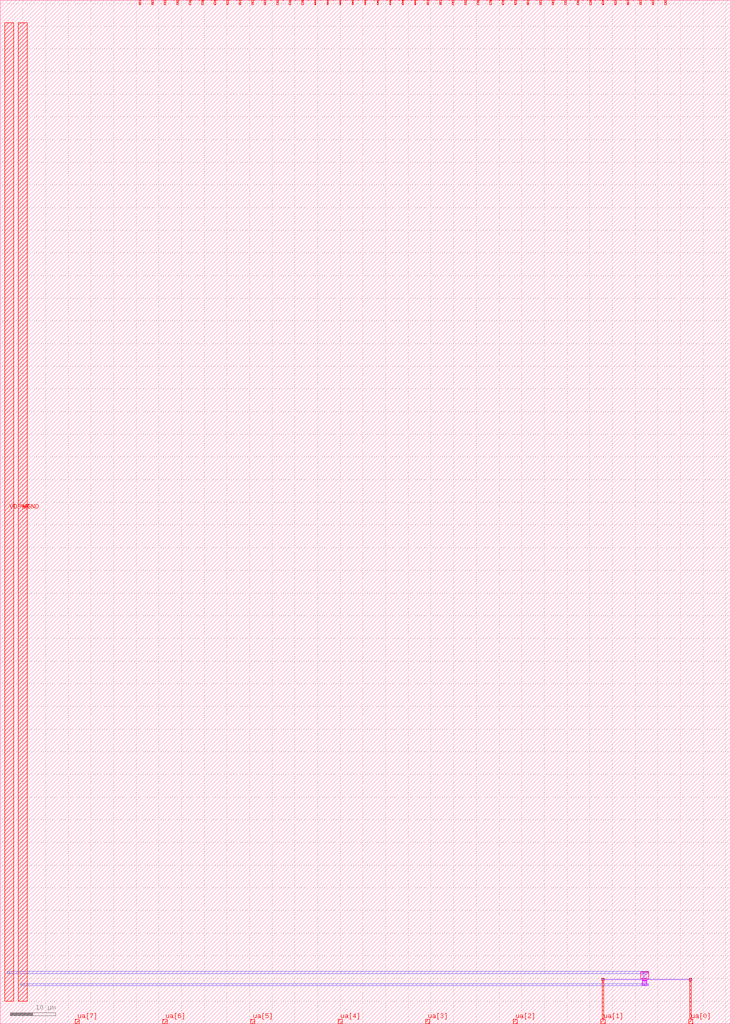
<source format=lef>
VERSION 5.7 ;
  NOWIREEXTENSIONATPIN ON ;
  DIVIDERCHAR "/" ;
  BUSBITCHARS "[]" ;
MACRO tt_um_analog_murilo
  CLASS BLOCK ;
  FOREIGN tt_um_analog_murilo ;
  ORIGIN 0.000 0.000 ;
  SIZE 161.000 BY 225.760 ;
  PIN clk
    DIRECTION INPUT ;
    USE SIGNAL ;
    PORT
      LAYER met4 ;
        RECT 143.830 224.760 144.130 225.760 ;
    END
  END clk
  PIN ena
    DIRECTION INPUT ;
    USE SIGNAL ;
    PORT
      LAYER met4 ;
        RECT 146.590 224.760 146.890 225.760 ;
    END
  END ena
  PIN rst_n
    DIRECTION INPUT ;
    USE SIGNAL ;
    PORT
      LAYER met4 ;
        RECT 141.070 224.760 141.370 225.760 ;
    END
  END rst_n
  PIN ua[0]
    DIRECTION INOUT ;
    USE SIGNAL ;
    ANTENNADIFFAREA 0.442800 ;
    PORT
      LAYER met4 ;
        RECT 151.810 0.000 152.710 1.000 ;
    END
  END ua[0]
  PIN ua[1]
    DIRECTION INOUT ;
    USE SIGNAL ;
    ANTENNAGATEAREA 0.246000 ;
    PORT
      LAYER met4 ;
        RECT 132.490 0.000 133.390 1.000 ;
    END
  END ua[1]
  PIN ua[2]
    DIRECTION INOUT ;
    USE SIGNAL ;
    PORT
      LAYER met4 ;
        RECT 113.170 0.000 114.070 1.000 ;
    END
  END ua[2]
  PIN ua[3]
    DIRECTION INOUT ;
    USE SIGNAL ;
    PORT
      LAYER met4 ;
        RECT 93.850 0.000 94.750 1.000 ;
    END
  END ua[3]
  PIN ua[4]
    DIRECTION INOUT ;
    USE SIGNAL ;
    PORT
      LAYER met4 ;
        RECT 74.530 0.000 75.430 1.000 ;
    END
  END ua[4]
  PIN ua[5]
    DIRECTION INOUT ;
    USE SIGNAL ;
    PORT
      LAYER met4 ;
        RECT 55.210 0.000 56.110 1.000 ;
    END
  END ua[5]
  PIN ua[6]
    DIRECTION INOUT ;
    USE SIGNAL ;
    PORT
      LAYER met4 ;
        RECT 35.890 0.000 36.790 1.000 ;
    END
  END ua[6]
  PIN ua[7]
    DIRECTION INOUT ;
    USE SIGNAL ;
    PORT
      LAYER met4 ;
        RECT 16.570 0.000 17.470 1.000 ;
    END
  END ua[7]
  PIN ui_in[0]
    DIRECTION INPUT ;
    USE SIGNAL ;
    PORT
      LAYER met4 ;
        RECT 138.310 224.760 138.610 225.760 ;
    END
  END ui_in[0]
  PIN ui_in[1]
    DIRECTION INPUT ;
    USE SIGNAL ;
    PORT
      LAYER met4 ;
        RECT 135.550 224.760 135.850 225.760 ;
    END
  END ui_in[1]
  PIN ui_in[2]
    DIRECTION INPUT ;
    USE SIGNAL ;
    PORT
      LAYER met4 ;
        RECT 132.790 224.760 133.090 225.760 ;
    END
  END ui_in[2]
  PIN ui_in[3]
    DIRECTION INPUT ;
    USE SIGNAL ;
    PORT
      LAYER met4 ;
        RECT 130.030 224.760 130.330 225.760 ;
    END
  END ui_in[3]
  PIN ui_in[4]
    DIRECTION INPUT ;
    USE SIGNAL ;
    PORT
      LAYER met4 ;
        RECT 127.270 224.760 127.570 225.760 ;
    END
  END ui_in[4]
  PIN ui_in[5]
    DIRECTION INPUT ;
    USE SIGNAL ;
    PORT
      LAYER met4 ;
        RECT 124.510 224.760 124.810 225.760 ;
    END
  END ui_in[5]
  PIN ui_in[6]
    DIRECTION INPUT ;
    USE SIGNAL ;
    PORT
      LAYER met4 ;
        RECT 121.750 224.760 122.050 225.760 ;
    END
  END ui_in[6]
  PIN ui_in[7]
    DIRECTION INPUT ;
    USE SIGNAL ;
    PORT
      LAYER met4 ;
        RECT 118.990 224.760 119.290 225.760 ;
    END
  END ui_in[7]
  PIN uio_in[0]
    DIRECTION INPUT ;
    USE SIGNAL ;
    PORT
      LAYER met4 ;
        RECT 116.230 224.760 116.530 225.760 ;
    END
  END uio_in[0]
  PIN uio_in[1]
    DIRECTION INPUT ;
    USE SIGNAL ;
    PORT
      LAYER met4 ;
        RECT 113.470 224.760 113.770 225.760 ;
    END
  END uio_in[1]
  PIN uio_in[2]
    DIRECTION INPUT ;
    USE SIGNAL ;
    PORT
      LAYER met4 ;
        RECT 110.710 224.760 111.010 225.760 ;
    END
  END uio_in[2]
  PIN uio_in[3]
    DIRECTION INPUT ;
    USE SIGNAL ;
    PORT
      LAYER met4 ;
        RECT 107.950 224.760 108.250 225.760 ;
    END
  END uio_in[3]
  PIN uio_in[4]
    DIRECTION INPUT ;
    USE SIGNAL ;
    PORT
      LAYER met4 ;
        RECT 105.190 224.760 105.490 225.760 ;
    END
  END uio_in[4]
  PIN uio_in[5]
    DIRECTION INPUT ;
    USE SIGNAL ;
    PORT
      LAYER met4 ;
        RECT 102.430 224.760 102.730 225.760 ;
    END
  END uio_in[5]
  PIN uio_in[6]
    DIRECTION INPUT ;
    USE SIGNAL ;
    PORT
      LAYER met4 ;
        RECT 99.670 224.760 99.970 225.760 ;
    END
  END uio_in[6]
  PIN uio_in[7]
    DIRECTION INPUT ;
    USE SIGNAL ;
    PORT
      LAYER met4 ;
        RECT 96.910 224.760 97.210 225.760 ;
    END
  END uio_in[7]
  PIN uio_oe[0]
    DIRECTION OUTPUT ;
    USE SIGNAL ;
    PORT
      LAYER met4 ;
        RECT 49.990 224.760 50.290 225.760 ;
    END
  END uio_oe[0]
  PIN uio_oe[1]
    DIRECTION OUTPUT ;
    USE SIGNAL ;
    PORT
      LAYER met4 ;
        RECT 47.230 224.760 47.530 225.760 ;
    END
  END uio_oe[1]
  PIN uio_oe[2]
    DIRECTION OUTPUT ;
    USE SIGNAL ;
    PORT
      LAYER met4 ;
        RECT 44.470 224.760 44.770 225.760 ;
    END
  END uio_oe[2]
  PIN uio_oe[3]
    DIRECTION OUTPUT ;
    USE SIGNAL ;
    PORT
      LAYER met4 ;
        RECT 41.710 224.760 42.010 225.760 ;
    END
  END uio_oe[3]
  PIN uio_oe[4]
    DIRECTION OUTPUT ;
    USE SIGNAL ;
    PORT
      LAYER met4 ;
        RECT 38.950 224.760 39.250 225.760 ;
    END
  END uio_oe[4]
  PIN uio_oe[5]
    DIRECTION OUTPUT ;
    USE SIGNAL ;
    PORT
      LAYER met4 ;
        RECT 36.190 224.760 36.490 225.760 ;
    END
  END uio_oe[5]
  PIN uio_oe[6]
    DIRECTION OUTPUT ;
    USE SIGNAL ;
    PORT
      LAYER met4 ;
        RECT 33.430 224.760 33.730 225.760 ;
    END
  END uio_oe[6]
  PIN uio_oe[7]
    DIRECTION OUTPUT ;
    USE SIGNAL ;
    PORT
      LAYER met4 ;
        RECT 30.670 224.760 30.970 225.760 ;
    END
  END uio_oe[7]
  PIN uio_out[0]
    DIRECTION OUTPUT ;
    USE SIGNAL ;
    PORT
      LAYER met4 ;
        RECT 72.070 224.760 72.370 225.760 ;
    END
  END uio_out[0]
  PIN uio_out[1]
    DIRECTION OUTPUT ;
    USE SIGNAL ;
    PORT
      LAYER met4 ;
        RECT 69.310 224.760 69.610 225.760 ;
    END
  END uio_out[1]
  PIN uio_out[2]
    DIRECTION OUTPUT ;
    USE SIGNAL ;
    PORT
      LAYER met4 ;
        RECT 66.550 224.760 66.850 225.760 ;
    END
  END uio_out[2]
  PIN uio_out[3]
    DIRECTION OUTPUT ;
    USE SIGNAL ;
    PORT
      LAYER met4 ;
        RECT 63.790 224.760 64.090 225.760 ;
    END
  END uio_out[3]
  PIN uio_out[4]
    DIRECTION OUTPUT ;
    USE SIGNAL ;
    PORT
      LAYER met4 ;
        RECT 61.030 224.760 61.330 225.760 ;
    END
  END uio_out[4]
  PIN uio_out[5]
    DIRECTION OUTPUT ;
    USE SIGNAL ;
    PORT
      LAYER met4 ;
        RECT 58.270 224.760 58.570 225.760 ;
    END
  END uio_out[5]
  PIN uio_out[6]
    DIRECTION OUTPUT ;
    USE SIGNAL ;
    PORT
      LAYER met4 ;
        RECT 55.510 224.760 55.810 225.760 ;
    END
  END uio_out[6]
  PIN uio_out[7]
    DIRECTION OUTPUT ;
    USE SIGNAL ;
    PORT
      LAYER met4 ;
        RECT 52.750 224.760 53.050 225.760 ;
    END
  END uio_out[7]
  PIN uo_out[0]
    DIRECTION OUTPUT ;
    USE SIGNAL ;
    PORT
      LAYER met4 ;
        RECT 94.150 224.760 94.450 225.760 ;
    END
  END uo_out[0]
  PIN uo_out[1]
    DIRECTION OUTPUT ;
    USE SIGNAL ;
    PORT
      LAYER met4 ;
        RECT 91.390 224.760 91.690 225.760 ;
    END
  END uo_out[1]
  PIN uo_out[2]
    DIRECTION OUTPUT ;
    USE SIGNAL ;
    PORT
      LAYER met4 ;
        RECT 88.630 224.760 88.930 225.760 ;
    END
  END uo_out[2]
  PIN uo_out[3]
    DIRECTION OUTPUT ;
    USE SIGNAL ;
    PORT
      LAYER met4 ;
        RECT 85.870 224.760 86.170 225.760 ;
    END
  END uo_out[3]
  PIN uo_out[4]
    DIRECTION OUTPUT ;
    USE SIGNAL ;
    PORT
      LAYER met4 ;
        RECT 83.110 224.760 83.410 225.760 ;
    END
  END uo_out[4]
  PIN uo_out[5]
    DIRECTION OUTPUT ;
    USE SIGNAL ;
    PORT
      LAYER met4 ;
        RECT 80.350 224.760 80.650 225.760 ;
    END
  END uo_out[5]
  PIN uo_out[6]
    DIRECTION OUTPUT ;
    USE SIGNAL ;
    PORT
      LAYER met4 ;
        RECT 77.590 224.760 77.890 225.760 ;
    END
  END uo_out[6]
  PIN uo_out[7]
    DIRECTION OUTPUT ;
    USE SIGNAL ;
    PORT
      LAYER met4 ;
        RECT 74.830 224.760 75.130 225.760 ;
    END
  END uo_out[7]
  PIN VDPWR
    DIRECTION INOUT ;
    USE POWER ;
    PORT
      LAYER met4 ;
        RECT 1.000 5.000 3.000 220.760 ;
    END
  END VDPWR
  PIN VGND
    DIRECTION INOUT ;
    USE GROUND ;
    PORT
      LAYER met4 ;
        RECT 4.000 5.000 6.000 220.760 ;
    END
  END VGND
  OBS
      LAYER nwell ;
        RECT 141.240 9.880 143.030 11.490 ;
      LAYER pwell ;
        RECT 141.640 9.490 142.150 9.600 ;
        RECT 141.640 9.470 141.980 9.490 ;
        RECT 141.990 9.470 142.150 9.490 ;
        RECT 142.240 9.470 142.570 9.600 ;
        RECT 141.640 8.490 142.570 9.470 ;
      LAYER li1 ;
        RECT 141.430 11.210 142.810 11.390 ;
        RECT 141.740 10.070 141.970 11.210 ;
        RECT 142.150 10.070 142.490 11.040 ;
        RECT 132.690 9.860 133.190 10.010 ;
        RECT 142.240 9.860 142.490 10.070 ;
        RECT 152.010 9.860 152.510 10.010 ;
        RECT 132.690 9.660 142.060 9.860 ;
        RECT 142.240 9.660 152.510 9.860 ;
        RECT 132.690 9.510 133.190 9.660 ;
        RECT 141.740 8.670 141.970 9.490 ;
        RECT 142.240 9.470 142.490 9.660 ;
        RECT 152.010 9.510 152.510 9.660 ;
        RECT 142.150 8.840 142.490 9.470 ;
        RECT 141.430 8.490 142.810 8.670 ;
      LAYER met1 ;
        RECT 1.590 11.540 2.090 11.550 ;
        RECT 1.590 11.060 143.030 11.540 ;
        RECT 1.590 11.050 2.090 11.060 ;
        RECT 132.690 9.510 133.190 10.010 ;
        RECT 152.010 9.510 152.510 10.010 ;
        RECT 4.510 8.820 5.010 8.830 ;
        RECT 4.510 8.340 143.030 8.820 ;
        RECT 4.510 8.330 5.010 8.340 ;
      LAYER met2 ;
        RECT 1.590 11.050 2.090 11.550 ;
        RECT 132.690 9.510 133.190 10.010 ;
        RECT 152.010 9.510 152.510 10.010 ;
        RECT 4.510 8.330 5.010 8.830 ;
      LAYER met3 ;
        RECT 1.590 11.050 2.090 11.550 ;
        RECT 132.690 9.510 133.190 10.010 ;
        RECT 152.010 9.510 152.510 10.010 ;
        RECT 4.510 8.330 5.010 8.830 ;
      LAYER met4 ;
        RECT 132.690 9.510 133.190 10.010 ;
        RECT 152.010 9.510 152.510 10.010 ;
        RECT 132.790 1.000 133.090 9.510 ;
        RECT 152.110 1.000 152.410 9.510 ;
  END
END tt_um_analog_murilo
END LIBRARY


</source>
